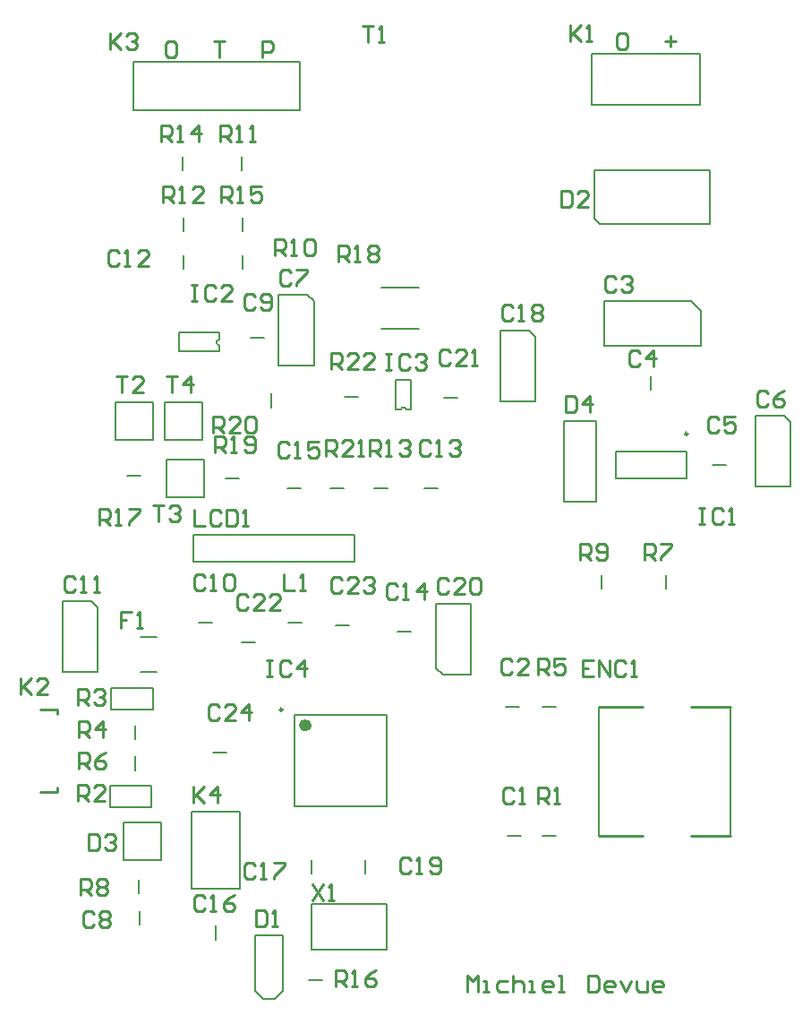
<source format=gto>
G04*
G04 #@! TF.GenerationSoftware,Altium Limited,Altium Designer,20.0.12 (288)*
G04*
G04 Layer_Color=65535*
%FSLAX43Y43*%
%MOMM*%
G71*
G01*
G75*
%ADD10C,0.250*%
%ADD11C,0.600*%
%ADD12C,0.200*%
%ADD13C,0.254*%
D10*
X56832Y61189D02*
G03*
X56832Y61189I-125J0D01*
G01*
X95169Y87254D02*
G03*
X95169Y87254I-125J0D01*
G01*
D11*
X59307Y59714D02*
G03*
X59307Y59714I-300J0D01*
G01*
D12*
X50828Y96136D02*
G03*
X50828Y95661I0J-237D01*
G01*
X68534Y89544D02*
G03*
X68059Y89544I-237J0D01*
G01*
X58007Y52014D02*
Y60714D01*
X66707Y52014D02*
Y60714D01*
X58007D02*
X66707D01*
X58007Y52014D02*
X66707D01*
X53833Y96369D02*
X55133D01*
X51420Y83034D02*
X52720D01*
X67676Y68556D02*
X68976D01*
X86304Y107569D02*
Y112141D01*
Y107569D02*
X86812Y107061D01*
X97265D01*
Y109601D01*
X86304Y112141D02*
X97265D01*
Y109601D02*
Y112141D01*
X91694Y91401D02*
Y92701D01*
X57262Y82145D02*
X58562D01*
X62723Y90781D02*
X64023D01*
X45847Y81256D02*
Y84812D01*
Y81256D02*
X49403D01*
X45847Y84812D02*
X49403D01*
Y81256D02*
Y84812D01*
X42149Y83288D02*
X43449D01*
X66680Y40346D02*
Y42799D01*
X59568D02*
X66680D01*
X59568Y38481D02*
Y42799D01*
Y38481D02*
X66680D01*
Y40346D01*
X86059Y123190D02*
X96346D01*
Y118364D02*
Y123190D01*
X86059Y118364D02*
X96346D01*
X86059D02*
Y123190D01*
X88344Y83004D02*
Y85604D01*
X95044Y83004D02*
Y85604D01*
X88344Y83004D02*
X95044D01*
X88344Y85604D02*
X95044D01*
X40640Y61214D02*
X44577D01*
Y63246D01*
X40640D02*
X44577D01*
X40640Y61214D02*
Y63246D01*
X42926Y58405D02*
Y59705D01*
X42942Y55460D02*
Y56760D01*
X40529Y51943D02*
X44466D01*
Y53975D01*
X40529D02*
X44466D01*
X40529Y51943D02*
Y53975D01*
X41783Y46966D02*
X45339D01*
Y50522D01*
X41783Y46966D02*
Y50522D01*
X45339D01*
X43291Y43800D02*
Y45100D01*
X43307Y40855D02*
Y42155D01*
X59294Y35663D02*
X60594D01*
X59563Y45681D02*
Y46981D01*
X64643Y45681D02*
Y46981D01*
X53086Y102855D02*
Y104155D01*
X42752Y122428D02*
X58500D01*
Y117856D02*
Y122428D01*
X42752Y117856D02*
X58500D01*
X42752D02*
Y122428D01*
X55753Y89750D02*
Y91050D01*
X47498Y102855D02*
Y104155D01*
X66231Y101092D02*
X69787D01*
X66231Y97155D02*
X69787D01*
X50828Y96137D02*
Y96802D01*
Y95024D02*
Y95661D01*
X47028Y95024D02*
X50828D01*
X47028D02*
Y96802D01*
X50828D01*
X86741Y49252D02*
Y55694D01*
X99187Y49252D02*
Y61444D01*
X86741Y55694D02*
Y61444D01*
X77963D02*
X79263D01*
X81392D02*
X82692D01*
X81392Y49252D02*
X82692D01*
X78090D02*
X79390D01*
X71374Y71223D02*
X73112D01*
X74692Y64492D02*
Y71223D01*
X73112D02*
X74692D01*
X71374Y67191D02*
Y70302D01*
Y65127D02*
X72009Y64492D01*
X74692D01*
X71374Y70302D02*
Y71223D01*
Y65127D02*
Y67191D01*
X48387Y75160D02*
Y77700D01*
X63627Y75160D02*
Y77700D01*
X48387Y75160D02*
X63627D01*
X48387Y77700D02*
X63627D01*
X57389Y69429D02*
X58689D01*
X52944Y67540D02*
X54244D01*
X50530Y39458D02*
Y40758D01*
X54991Y33885D02*
X56134D01*
X54229Y34647D02*
X54991Y33885D01*
X54229Y34647D02*
Y39854D01*
X56134Y33885D02*
X56896Y34647D01*
Y39854D01*
X54229D02*
X54547D01*
X56896D01*
X48260Y44299D02*
X52832D01*
X48260D02*
Y51538D01*
X52832D01*
Y44299D02*
Y51538D01*
X48880Y69445D02*
X50180D01*
X52959Y112126D02*
Y113426D01*
X47514Y106411D02*
Y107711D01*
X65517Y82145D02*
X66817D01*
X47387Y112126D02*
Y113426D01*
X37632Y64746D02*
X39370D01*
X36052D02*
Y71477D01*
Y64746D02*
X37632D01*
X39370Y65667D02*
Y68778D01*
X38735Y71477D02*
X39370Y70842D01*
X36052Y71477D02*
X38735D01*
X39370Y64746D02*
Y65667D01*
Y68778D02*
Y70842D01*
X53086Y106411D02*
Y107711D01*
X70216Y82145D02*
X71516D01*
X93091Y72605D02*
Y73905D01*
X86995Y72605D02*
Y73905D01*
X44577Y86717D02*
Y90273D01*
X41021D02*
X44577D01*
X41021Y86717D02*
X44577D01*
X41021D02*
Y90273D01*
X43400Y68048D02*
X44958D01*
X43400Y64746D02*
X44958D01*
X49276Y86717D02*
Y90273D01*
X45720D02*
X49276D01*
X45720Y86717D02*
X49276D01*
X45720D02*
Y90273D01*
X84273Y80875D02*
X86487D01*
Y88495D01*
X83439D02*
X86487D01*
X83439Y80875D02*
Y88495D01*
Y80875D02*
X84273D01*
X79034Y90321D02*
X80772D01*
X77454D02*
Y97052D01*
Y90321D02*
X79034D01*
X80772Y91242D02*
Y94353D01*
X80137Y97052D02*
X80772Y96417D01*
X77454Y97052D02*
X80137D01*
X80772Y90321D02*
Y91242D01*
Y94353D02*
Y96417D01*
X72121Y90654D02*
X73421D01*
X61326Y82145D02*
X62626D01*
X68961Y89544D02*
Y92394D01*
X67564D02*
X68961D01*
X67564Y89544D02*
Y92394D01*
Y89544D02*
X68058D01*
X68534D02*
X68961D01*
X50277Y57126D02*
X51577D01*
X61834Y69175D02*
X63134D01*
X58079Y93702D02*
X59817D01*
X56499D02*
Y100433D01*
Y93702D02*
X58079D01*
X59817Y94623D02*
Y97734D01*
X59182Y100433D02*
X59817Y99798D01*
X56499Y100433D02*
X59182D01*
X59817Y93702D02*
Y94623D01*
Y97734D02*
Y99798D01*
X103164Y82272D02*
X104902D01*
X101584D02*
Y89003D01*
Y82272D02*
X103164D01*
X104902Y83193D02*
Y86304D01*
X104267Y89003D02*
X104902Y88368D01*
X101584Y89003D02*
X104267D01*
X104902Y82272D02*
Y83193D01*
Y86304D02*
Y88368D01*
X87249Y95607D02*
Y98194D01*
Y95607D02*
X96393D01*
Y98909D01*
X95504Y99798D02*
X96393Y98909D01*
X87249Y99798D02*
X95504D01*
X87249Y98194D02*
Y99798D01*
X97521Y84304D02*
X98821D01*
D13*
X33909Y61184D02*
X35560D01*
Y60803D02*
Y61184D01*
X33909Y53437D02*
X35560D01*
Y53818D01*
X95504Y49252D02*
X99187D01*
X86741D02*
X90932D01*
X95504Y61444D02*
X99187D01*
X86741D02*
X90932D01*
X74295Y34544D02*
Y36068D01*
X74803Y35560D01*
X75311Y36068D01*
Y34544D01*
X75819D02*
X76326D01*
X76072D01*
Y35560D01*
X75819D01*
X78104D02*
X77342D01*
X77088Y35306D01*
Y34798D01*
X77342Y34544D01*
X78104D01*
X78612Y36068D02*
Y34544D01*
Y35306D01*
X78866Y35560D01*
X79373D01*
X79627Y35306D01*
Y34544D01*
X80135D02*
X80643D01*
X80389D01*
Y35560D01*
X80135D01*
X82166Y34544D02*
X81659D01*
X81405Y34798D01*
Y35306D01*
X81659Y35560D01*
X82166D01*
X82420Y35306D01*
Y35052D01*
X81405D01*
X82928Y34544D02*
X83436D01*
X83182D01*
Y36068D01*
X82928D01*
X85721D02*
Y34544D01*
X86483D01*
X86737Y34798D01*
Y35814D01*
X86483Y36068D01*
X85721D01*
X88007Y34544D02*
X87499D01*
X87245Y34798D01*
Y35306D01*
X87499Y35560D01*
X88007D01*
X88260Y35306D01*
Y35052D01*
X87245D01*
X88768Y35560D02*
X89276Y34544D01*
X89784Y35560D01*
X90292D02*
Y34798D01*
X90546Y34544D01*
X91308D01*
Y35560D01*
X92577Y34544D02*
X92069D01*
X91815Y34798D01*
Y35306D01*
X92069Y35560D01*
X92577D01*
X92831Y35306D01*
Y35052D01*
X91815D01*
X88472Y124841D02*
X88726Y125095D01*
X89234D01*
X89488Y124841D01*
Y123825D01*
X89234Y123571D01*
X88726D01*
X88472Y123825D01*
Y124841D01*
X93043Y124333D02*
X94058D01*
X93550Y124841D02*
Y123825D01*
X45800Y124079D02*
X46054Y124333D01*
X46562D01*
X46816Y124079D01*
Y123063D01*
X46562Y122809D01*
X46054D01*
X45800Y123063D01*
Y124079D01*
X50371Y124333D02*
X51386D01*
X50878D01*
Y122809D01*
X54941D02*
Y124333D01*
X55703D01*
X55957Y124079D01*
Y123571D01*
X55703Y123317D01*
X54941D01*
X59700Y44704D02*
X60716Y43180D01*
Y44704D02*
X59700Y43180D01*
X61224D02*
X61732D01*
X61478D01*
Y44704D01*
X61224Y44450D01*
X64418Y125824D02*
X65433D01*
X64925D01*
Y124300D01*
X65941D02*
X66449D01*
X66195D01*
Y125824D01*
X65941Y125570D01*
X62167Y103556D02*
Y105079D01*
X62929D01*
X63183Y104825D01*
Y104318D01*
X62929Y104064D01*
X62167D01*
X62675D02*
X63183Y103556D01*
X63691D02*
X64198D01*
X63944D01*
Y105079D01*
X63691Y104825D01*
X64960D02*
X65214Y105079D01*
X65722D01*
X65976Y104825D01*
Y104571D01*
X65722Y104318D01*
X65976Y104064D01*
Y103810D01*
X65722Y103556D01*
X65214D01*
X64960Y103810D01*
Y104064D01*
X65214Y104318D01*
X64960Y104571D01*
Y104825D01*
X65214Y104318D02*
X65722D01*
X83185Y110236D02*
Y108712D01*
X83947D01*
X84201Y108966D01*
Y109982D01*
X83947Y110236D01*
X83185D01*
X85725Y108712D02*
X84709D01*
X85725Y109728D01*
Y109982D01*
X85471Y110236D01*
X84963D01*
X84709Y109982D01*
X32080Y64185D02*
Y62662D01*
Y63170D01*
X33096Y64185D01*
X32334Y63424D01*
X33096Y62662D01*
X34619D02*
X33604D01*
X34619Y63677D01*
Y63931D01*
X34365Y64185D01*
X33858D01*
X33604Y63931D01*
X45872Y92660D02*
X46888D01*
X46380D01*
Y91137D01*
X48158D02*
Y92660D01*
X47396Y91898D01*
X48412D01*
X44577Y80518D02*
X45593D01*
X45085D01*
Y78994D01*
X46101Y80264D02*
X46355Y80518D01*
X46863D01*
X47117Y80264D01*
Y80010D01*
X46863Y79756D01*
X46609D01*
X46863D01*
X47117Y79502D01*
Y79248D01*
X46863Y78994D01*
X46355D01*
X46101Y79248D01*
X41173Y92660D02*
X42189D01*
X41681D01*
Y91137D01*
X43713D02*
X42697D01*
X43713Y92152D01*
Y92406D01*
X43459Y92660D01*
X42951D01*
X42697Y92406D01*
X61469Y93345D02*
Y94869D01*
X62230D01*
X62484Y94615D01*
Y94107D01*
X62230Y93853D01*
X61469D01*
X61976D02*
X62484Y93345D01*
X64008D02*
X62992D01*
X64008Y94361D01*
Y94615D01*
X63754Y94869D01*
X63246D01*
X62992Y94615D01*
X65531Y93345D02*
X64516D01*
X65531Y94361D01*
Y94615D01*
X65277Y94869D01*
X64770D01*
X64516Y94615D01*
X60935Y85168D02*
Y86691D01*
X61696D01*
X61950Y86437D01*
Y85929D01*
X61696Y85675D01*
X60935D01*
X61442D02*
X61950Y85168D01*
X63474D02*
X62458D01*
X63474Y86183D01*
Y86437D01*
X63220Y86691D01*
X62712D01*
X62458Y86437D01*
X63982Y85168D02*
X64489D01*
X64236D01*
Y86691D01*
X63982Y86437D01*
X50293Y87376D02*
Y88900D01*
X51054D01*
X51308Y88646D01*
Y88138D01*
X51054Y87884D01*
X50293D01*
X50800D02*
X51308Y87376D01*
X52832D02*
X51816D01*
X52832Y88392D01*
Y88646D01*
X52578Y88900D01*
X52070D01*
X51816Y88646D01*
X53340D02*
X53594Y88900D01*
X54101D01*
X54355Y88646D01*
Y87630D01*
X54101Y87376D01*
X53594D01*
X53340Y87630D01*
Y88646D01*
X50420Y85471D02*
Y86995D01*
X51181D01*
X51435Y86741D01*
Y86233D01*
X51181Y85979D01*
X50420D01*
X50927D02*
X51435Y85471D01*
X51943D02*
X52451D01*
X52197D01*
Y86995D01*
X51943Y86741D01*
X53213Y85725D02*
X53467Y85471D01*
X53974D01*
X54228Y85725D01*
Y86741D01*
X53974Y86995D01*
X53467D01*
X53213Y86741D01*
Y86487D01*
X53467Y86233D01*
X54228D01*
X39498Y78613D02*
Y80137D01*
X40259D01*
X40513Y79883D01*
Y79375D01*
X40259Y79121D01*
X39498D01*
X40005D02*
X40513Y78613D01*
X41021D02*
X41529D01*
X41275D01*
Y80137D01*
X41021Y79883D01*
X42291Y80137D02*
X43306D01*
Y79883D01*
X42291Y78867D01*
Y78613D01*
X61850Y35052D02*
Y36576D01*
X62611D01*
X62865Y36322D01*
Y35814D01*
X62611Y35560D01*
X61850D01*
X62357D02*
X62865Y35052D01*
X63373D02*
X63881D01*
X63627D01*
Y36576D01*
X63373Y36322D01*
X65658Y36576D02*
X65151Y36322D01*
X64643Y35814D01*
Y35306D01*
X64897Y35052D01*
X65404D01*
X65658Y35306D01*
Y35560D01*
X65404Y35814D01*
X64643D01*
X51079Y109118D02*
Y110642D01*
X51841D01*
X52095Y110388D01*
Y109880D01*
X51841Y109626D01*
X51079D01*
X51587D02*
X52095Y109118D01*
X52603D02*
X53111D01*
X52857D01*
Y110642D01*
X52603Y110388D01*
X54888Y110642D02*
X53873D01*
Y109880D01*
X54380Y110134D01*
X54634D01*
X54888Y109880D01*
Y109372D01*
X54634Y109118D01*
X54126D01*
X53873Y109372D01*
X45393Y114846D02*
Y116370D01*
X46155D01*
X46409Y116116D01*
Y115608D01*
X46155Y115354D01*
X45393D01*
X45901D02*
X46409Y114846D01*
X46917D02*
X47424D01*
X47171D01*
Y116370D01*
X46917Y116116D01*
X48948Y114846D02*
Y116370D01*
X48186Y115608D01*
X49202D01*
X65126Y85168D02*
Y86691D01*
X65887D01*
X66141Y86437D01*
Y85929D01*
X65887Y85675D01*
X65126D01*
X65633D02*
X66141Y85168D01*
X66649D02*
X67157D01*
X66903D01*
Y86691D01*
X66649Y86437D01*
X67919D02*
X68173Y86691D01*
X68680D01*
X68934Y86437D01*
Y86183D01*
X68680Y85929D01*
X68427D01*
X68680D01*
X68934Y85675D01*
Y85422D01*
X68680Y85168D01*
X68173D01*
X67919Y85422D01*
X45507Y109118D02*
Y110642D01*
X46269D01*
X46523Y110388D01*
Y109880D01*
X46269Y109626D01*
X45507D01*
X46015D02*
X46523Y109118D01*
X47031D02*
X47539D01*
X47285D01*
Y110642D01*
X47031Y110388D01*
X49316Y109118D02*
X48300D01*
X49316Y110134D01*
Y110388D01*
X49062Y110642D01*
X48554D01*
X48300Y110388D01*
X50965Y114846D02*
Y116370D01*
X51727D01*
X51981Y116116D01*
Y115608D01*
X51727Y115354D01*
X50965D01*
X51473D02*
X51981Y114846D01*
X52489D02*
X52996D01*
X52743D01*
Y116370D01*
X52489Y116116D01*
X53758Y114846D02*
X54266D01*
X54012D01*
Y116370D01*
X53758Y116116D01*
X56135Y104140D02*
Y105664D01*
X56896D01*
X57150Y105410D01*
Y104902D01*
X56896Y104648D01*
X56135D01*
X56642D02*
X57150Y104140D01*
X57658D02*
X58166D01*
X57912D01*
Y105664D01*
X57658Y105410D01*
X58928D02*
X59182Y105664D01*
X59689D01*
X59943Y105410D01*
Y104394D01*
X59689Y104140D01*
X59182D01*
X58928Y104394D01*
Y105410D01*
X84988Y75312D02*
Y76836D01*
X85750D01*
X86004Y76582D01*
Y76074D01*
X85750Y75820D01*
X84988D01*
X85496D02*
X86004Y75312D01*
X86512Y75566D02*
X86766Y75312D01*
X87274D01*
X87528Y75566D01*
Y76582D01*
X87274Y76836D01*
X86766D01*
X86512Y76582D01*
Y76328D01*
X86766Y76074D01*
X87528D01*
X37719Y43688D02*
Y45212D01*
X38481D01*
X38735Y44958D01*
Y44450D01*
X38481Y44196D01*
X37719D01*
X38227D02*
X38735Y43688D01*
X39243Y44958D02*
X39497Y45212D01*
X40005D01*
X40259Y44958D01*
Y44704D01*
X40005Y44450D01*
X40259Y44196D01*
Y43942D01*
X40005Y43688D01*
X39497D01*
X39243Y43942D01*
Y44196D01*
X39497Y44450D01*
X39243Y44704D01*
Y44958D01*
X39497Y44450D02*
X40005D01*
X91097Y75325D02*
Y76849D01*
X91859D01*
X92113Y76595D01*
Y76087D01*
X91859Y75833D01*
X91097D01*
X91605D02*
X92113Y75325D01*
X92621Y76849D02*
X93636D01*
Y76595D01*
X92621Y75579D01*
Y75325D01*
X37592Y55626D02*
Y57150D01*
X38354D01*
X38608Y56896D01*
Y56388D01*
X38354Y56134D01*
X37592D01*
X38100D02*
X38608Y55626D01*
X40132Y57150D02*
X39624Y56896D01*
X39116Y56388D01*
Y55880D01*
X39370Y55626D01*
X39878D01*
X40132Y55880D01*
Y56134D01*
X39878Y56388D01*
X39116D01*
X81001Y64467D02*
Y65990D01*
X81762D01*
X82016Y65736D01*
Y65228D01*
X81762Y64974D01*
X81001D01*
X81508D02*
X82016Y64467D01*
X83540Y65990D02*
X82524D01*
Y65228D01*
X83032Y65482D01*
X83286D01*
X83540Y65228D01*
Y64721D01*
X83286Y64467D01*
X82778D01*
X82524Y64721D01*
X37592Y58547D02*
Y60071D01*
X38354D01*
X38608Y59817D01*
Y59309D01*
X38354Y59055D01*
X37592D01*
X38100D02*
X38608Y58547D01*
X39878D02*
Y60071D01*
X39116Y59309D01*
X40132D01*
X37465Y61595D02*
Y63119D01*
X38227D01*
X38481Y62865D01*
Y62357D01*
X38227Y62103D01*
X37465D01*
X37973D02*
X38481Y61595D01*
X38989Y62865D02*
X39243Y63119D01*
X39751D01*
X40005Y62865D01*
Y62611D01*
X39751Y62357D01*
X39497D01*
X39751D01*
X40005Y62103D01*
Y61849D01*
X39751Y61595D01*
X39243D01*
X38989Y61849D01*
X37465Y52578D02*
Y54102D01*
X38227D01*
X38481Y53848D01*
Y53340D01*
X38227Y53086D01*
X37465D01*
X37973D02*
X38481Y52578D01*
X40005D02*
X38989D01*
X40005Y53594D01*
Y53848D01*
X39751Y54102D01*
X39243D01*
X38989Y53848D01*
X81001Y52275D02*
Y53798D01*
X81762D01*
X82016Y53544D01*
Y53036D01*
X81762Y52782D01*
X81001D01*
X81508D02*
X82016Y52275D01*
X82524D02*
X83032D01*
X82778D01*
Y53798D01*
X82524Y53544D01*
X96267Y80264D02*
X96774D01*
X96520D01*
Y78740D01*
X96267D01*
X96774D01*
X98552Y80010D02*
X98298Y80264D01*
X97790D01*
X97536Y80010D01*
Y78994D01*
X97790Y78740D01*
X98298D01*
X98552Y78994D01*
X99060Y78740D02*
X99567D01*
X99314D01*
Y80264D01*
X99060Y80010D01*
X48539Y80087D02*
Y78564D01*
X49555D01*
X51079Y79833D02*
X50825Y80087D01*
X50317D01*
X50063Y79833D01*
Y78818D01*
X50317Y78564D01*
X50825D01*
X51079Y78818D01*
X51586Y80087D02*
Y78564D01*
X52348D01*
X52602Y78818D01*
Y79833D01*
X52348Y80087D01*
X51586D01*
X53110Y78564D02*
X53618D01*
X53364D01*
Y80087D01*
X53110Y79833D01*
X56998Y73966D02*
Y72442D01*
X58013D01*
X58521D02*
X59029D01*
X58775D01*
Y73966D01*
X58521Y73712D01*
X48412Y53925D02*
Y52402D01*
Y52909D01*
X49428Y53925D01*
X48666Y53163D01*
X49428Y52402D01*
X50698D02*
Y53925D01*
X49936Y53163D01*
X50952D01*
X40513Y125095D02*
Y123571D01*
Y124079D01*
X41529Y125095D01*
X40767Y124333D01*
X41529Y123571D01*
X42037Y124841D02*
X42291Y125095D01*
X42799D01*
X43053Y124841D01*
Y124587D01*
X42799Y124333D01*
X42545D01*
X42799D01*
X43053Y124079D01*
Y123825D01*
X42799Y123571D01*
X42291D01*
X42037Y123825D01*
X84074Y125857D02*
Y124333D01*
Y124841D01*
X85090Y125857D01*
X84328Y125095D01*
X85090Y124333D01*
X85598D02*
X86106D01*
X85852D01*
Y125857D01*
X85598Y125603D01*
X55397Y65887D02*
X55905D01*
X55651D01*
Y64364D01*
X55397D01*
X55905D01*
X57683Y65633D02*
X57429Y65887D01*
X56921D01*
X56667Y65633D01*
Y64618D01*
X56921Y64364D01*
X57429D01*
X57683Y64618D01*
X58952Y64364D02*
Y65887D01*
X58190Y65125D01*
X59206D01*
X66599Y94768D02*
X67107D01*
X66853D01*
Y93245D01*
X66599D01*
X67107D01*
X68884Y94514D02*
X68630Y94768D01*
X68122D01*
X67868Y94514D01*
Y93499D01*
X68122Y93245D01*
X68630D01*
X68884Y93499D01*
X69392Y94514D02*
X69646Y94768D01*
X70154D01*
X70408Y94514D01*
Y94260D01*
X70154Y94007D01*
X69900D01*
X70154D01*
X70408Y93753D01*
Y93499D01*
X70154Y93245D01*
X69646D01*
X69392Y93499D01*
X48219Y101323D02*
X48727D01*
X48473D01*
Y99799D01*
X48219D01*
X48727D01*
X50505Y101069D02*
X50251Y101323D01*
X49743D01*
X49489Y101069D01*
Y100053D01*
X49743Y99799D01*
X50251D01*
X50505Y100053D01*
X52028Y99799D02*
X51013D01*
X52028Y100815D01*
Y101069D01*
X51774Y101323D01*
X51266D01*
X51013Y101069D01*
X42570Y70435D02*
X41554D01*
Y69673D01*
X42062D01*
X41554D01*
Y68912D01*
X43078D02*
X43586D01*
X43332D01*
Y70435D01*
X43078Y70181D01*
X86271Y65825D02*
X85255D01*
Y64301D01*
X86271D01*
X85255Y65063D02*
X85763D01*
X86779Y64301D02*
Y65825D01*
X87794Y64301D01*
Y65825D01*
X89318Y65571D02*
X89064Y65825D01*
X88556D01*
X88302Y65571D01*
Y64555D01*
X88556Y64301D01*
X89064D01*
X89318Y64555D01*
X89826Y64301D02*
X90333D01*
X90080D01*
Y65825D01*
X89826Y65571D01*
X83604Y90869D02*
Y89346D01*
X84366D01*
X84620Y89600D01*
Y90615D01*
X84366Y90869D01*
X83604D01*
X85889Y89346D02*
Y90869D01*
X85128Y90108D01*
X86143D01*
X38481Y49403D02*
Y47879D01*
X39243D01*
X39497Y48133D01*
Y49149D01*
X39243Y49403D01*
X38481D01*
X40005Y49149D02*
X40259Y49403D01*
X40767D01*
X41021Y49149D01*
Y48895D01*
X40767Y48641D01*
X40513D01*
X40767D01*
X41021Y48387D01*
Y48133D01*
X40767Y47879D01*
X40259D01*
X40005Y48133D01*
X54381Y42241D02*
Y40718D01*
X55143D01*
X55397Y40972D01*
Y41987D01*
X55143Y42241D01*
X54381D01*
X55905Y40718D02*
X56413D01*
X56159D01*
Y42241D01*
X55905Y41987D01*
X50901Y61418D02*
X50647Y61672D01*
X50140D01*
X49886Y61418D01*
Y60403D01*
X50140Y60149D01*
X50647D01*
X50901Y60403D01*
X52425Y60149D02*
X51409D01*
X52425Y61164D01*
Y61418D01*
X52171Y61672D01*
X51663D01*
X51409Y61418D01*
X53694Y60149D02*
Y61672D01*
X52933Y60910D01*
X53948D01*
X62458Y73458D02*
X62204Y73712D01*
X61697D01*
X61443Y73458D01*
Y72442D01*
X61697Y72188D01*
X62204D01*
X62458Y72442D01*
X63982Y72188D02*
X62966D01*
X63982Y73204D01*
Y73458D01*
X63728Y73712D01*
X63220D01*
X62966Y73458D01*
X64490D02*
X64744Y73712D01*
X65251D01*
X65505Y73458D01*
Y73204D01*
X65251Y72950D01*
X64997D01*
X65251D01*
X65505Y72696D01*
Y72442D01*
X65251Y72188D01*
X64744D01*
X64490Y72442D01*
X53568Y71832D02*
X53314Y72086D01*
X52807D01*
X52553Y71832D01*
Y70817D01*
X52807Y70563D01*
X53314D01*
X53568Y70817D01*
X55092Y70563D02*
X54076D01*
X55092Y71578D01*
Y71832D01*
X54838Y72086D01*
X54330D01*
X54076Y71832D01*
X56615Y70563D02*
X55600D01*
X56615Y71578D01*
Y71832D01*
X56361Y72086D01*
X55854D01*
X55600Y71832D01*
X72745Y94946D02*
X72491Y95200D01*
X71984D01*
X71730Y94946D01*
Y93931D01*
X71984Y93677D01*
X72491D01*
X72745Y93931D01*
X74269Y93677D02*
X73253D01*
X74269Y94692D01*
Y94946D01*
X74015Y95200D01*
X73507D01*
X73253Y94946D01*
X74777Y93677D02*
X75284D01*
X75031D01*
Y95200D01*
X74777Y94946D01*
X72542Y73356D02*
X72288Y73610D01*
X71780D01*
X71526Y73356D01*
Y72341D01*
X71780Y72087D01*
X72288D01*
X72542Y72341D01*
X74066Y72087D02*
X73050D01*
X74066Y73102D01*
Y73356D01*
X73812Y73610D01*
X73304D01*
X73050Y73356D01*
X74573D02*
X74827Y73610D01*
X75335D01*
X75589Y73356D01*
Y72341D01*
X75335Y72087D01*
X74827D01*
X74573Y72341D01*
Y73356D01*
X68961Y46990D02*
X68707Y47244D01*
X68200D01*
X67946Y46990D01*
Y45974D01*
X68200Y45720D01*
X68707D01*
X68961Y45974D01*
X69469Y45720D02*
X69977D01*
X69723D01*
Y47244D01*
X69469Y46990D01*
X70739Y45974D02*
X70993Y45720D01*
X71500D01*
X71754Y45974D01*
Y46990D01*
X71500Y47244D01*
X70993D01*
X70739Y46990D01*
Y46736D01*
X70993Y46482D01*
X71754D01*
X78625Y99172D02*
X78371Y99426D01*
X77864D01*
X77610Y99172D01*
Y98157D01*
X77864Y97903D01*
X78371D01*
X78625Y98157D01*
X79133Y97903D02*
X79641D01*
X79387D01*
Y99426D01*
X79133Y99172D01*
X80403D02*
X80657Y99426D01*
X81165D01*
X81418Y99172D01*
Y98919D01*
X81165Y98665D01*
X81418Y98411D01*
Y98157D01*
X81165Y97903D01*
X80657D01*
X80403Y98157D01*
Y98411D01*
X80657Y98665D01*
X80403Y98919D01*
Y99172D01*
X80657Y98665D02*
X81165D01*
X54229Y46482D02*
X53975Y46736D01*
X53468D01*
X53214Y46482D01*
Y45466D01*
X53468Y45212D01*
X53975D01*
X54229Y45466D01*
X54737Y45212D02*
X55245D01*
X54991D01*
Y46736D01*
X54737Y46482D01*
X56007Y46736D02*
X57022D01*
Y46482D01*
X56007Y45466D01*
Y45212D01*
X49539Y43435D02*
X49285Y43689D01*
X48777D01*
X48523Y43435D01*
Y42419D01*
X48777Y42165D01*
X49285D01*
X49539Y42419D01*
X50047Y42165D02*
X50555D01*
X50301D01*
Y43689D01*
X50047Y43435D01*
X52332Y43689D02*
X51824Y43435D01*
X51317Y42927D01*
Y42419D01*
X51570Y42165D01*
X52078D01*
X52332Y42419D01*
Y42673D01*
X52078Y42927D01*
X51317D01*
X57506Y86233D02*
X57252Y86487D01*
X56744D01*
X56490Y86233D01*
Y85217D01*
X56744Y84963D01*
X57252D01*
X57506Y85217D01*
X58014Y84963D02*
X58522D01*
X58268D01*
Y86487D01*
X58014Y86233D01*
X60299Y86487D02*
X59283D01*
Y85725D01*
X59791Y85979D01*
X60045D01*
X60299Y85725D01*
Y85217D01*
X60045Y84963D01*
X59537D01*
X59283Y85217D01*
X67691Y72898D02*
X67437Y73152D01*
X66930D01*
X66676Y72898D01*
Y71882D01*
X66930Y71628D01*
X67437D01*
X67691Y71882D01*
X68199Y71628D02*
X68707D01*
X68453D01*
Y73152D01*
X68199Y72898D01*
X70230Y71628D02*
Y73152D01*
X69469Y72390D01*
X70484D01*
X70840Y86437D02*
X70586Y86691D01*
X70079D01*
X69825Y86437D01*
Y85422D01*
X70079Y85168D01*
X70586D01*
X70840Y85422D01*
X71348Y85168D02*
X71856D01*
X71602D01*
Y86691D01*
X71348Y86437D01*
X72618D02*
X72872Y86691D01*
X73379D01*
X73633Y86437D01*
Y86183D01*
X73379Y85929D01*
X73126D01*
X73379D01*
X73633Y85675D01*
Y85422D01*
X73379Y85168D01*
X72872D01*
X72618Y85422D01*
X41402Y104418D02*
X41148Y104672D01*
X40641D01*
X40387Y104418D01*
Y103402D01*
X40641Y103148D01*
X41148D01*
X41402Y103402D01*
X41910Y103148D02*
X42418D01*
X42164D01*
Y104672D01*
X41910Y104418D01*
X44195Y103148D02*
X43180D01*
X44195Y104164D01*
Y104418D01*
X43941Y104672D01*
X43434D01*
X43180Y104418D01*
X37223Y73597D02*
X36969Y73851D01*
X36462D01*
X36208Y73597D01*
Y72582D01*
X36462Y72328D01*
X36969D01*
X37223Y72582D01*
X37731Y72328D02*
X38239D01*
X37985D01*
Y73851D01*
X37731Y73597D01*
X39001Y72328D02*
X39509D01*
X39255D01*
Y73851D01*
X39001Y73597D01*
X49504Y73737D02*
X49250Y73991D01*
X48743D01*
X48489Y73737D01*
Y72722D01*
X48743Y72468D01*
X49250D01*
X49504Y72722D01*
X50012Y72468D02*
X50520D01*
X50266D01*
Y73991D01*
X50012Y73737D01*
X51282D02*
X51536Y73991D01*
X52043D01*
X52297Y73737D01*
Y72722D01*
X52043Y72468D01*
X51536D01*
X51282Y72722D01*
Y73737D01*
X54229Y100203D02*
X53975Y100457D01*
X53467D01*
X53213Y100203D01*
Y99187D01*
X53467Y98933D01*
X53975D01*
X54229Y99187D01*
X54737D02*
X54991Y98933D01*
X55499D01*
X55753Y99187D01*
Y100203D01*
X55499Y100457D01*
X54991D01*
X54737Y100203D01*
Y99949D01*
X54991Y99695D01*
X55753D01*
X38989Y41910D02*
X38735Y42164D01*
X38227D01*
X37973Y41910D01*
Y40894D01*
X38227Y40640D01*
X38735D01*
X38989Y40894D01*
X39497Y41910D02*
X39751Y42164D01*
X40259D01*
X40513Y41910D01*
Y41656D01*
X40259Y41402D01*
X40513Y41148D01*
Y40894D01*
X40259Y40640D01*
X39751D01*
X39497Y40894D01*
Y41148D01*
X39751Y41402D01*
X39497Y41656D01*
Y41910D01*
X39751Y41402D02*
X40259D01*
X57670Y102553D02*
X57416Y102807D01*
X56909D01*
X56655Y102553D01*
Y101538D01*
X56909Y101284D01*
X57416D01*
X57670Y101538D01*
X58178Y102807D02*
X59194D01*
Y102553D01*
X58178Y101538D01*
Y101284D01*
X102755Y91123D02*
X102501Y91377D01*
X101994D01*
X101740Y91123D01*
Y90108D01*
X101994Y89854D01*
X102501D01*
X102755Y90108D01*
X104279Y91377D02*
X103771Y91123D01*
X103263Y90616D01*
Y90108D01*
X103517Y89854D01*
X104025D01*
X104279Y90108D01*
Y90362D01*
X104025Y90616D01*
X103263D01*
X98145Y88596D02*
X97891Y88850D01*
X97384D01*
X97130Y88596D01*
Y87581D01*
X97384Y87327D01*
X97891D01*
X98145Y87581D01*
X99669Y88850D02*
X98653D01*
Y88088D01*
X99161Y88342D01*
X99415D01*
X99669Y88088D01*
Y87581D01*
X99415Y87327D01*
X98907D01*
X98653Y87581D01*
X90678Y94869D02*
X90424Y95123D01*
X89916D01*
X89662Y94869D01*
Y93853D01*
X89916Y93599D01*
X90424D01*
X90678Y93853D01*
X91948Y93599D02*
Y95123D01*
X91186Y94361D01*
X92202D01*
X88417Y101931D02*
X88163Y102185D01*
X87655D01*
X87401Y101931D01*
Y100916D01*
X87655Y100662D01*
X88163D01*
X88417Y100916D01*
X88925Y101931D02*
X89179Y102185D01*
X89687D01*
X89941Y101931D01*
Y101677D01*
X89687Y101423D01*
X89433D01*
X89687D01*
X89941Y101169D01*
Y100916D01*
X89687Y100662D01*
X89179D01*
X88925Y100916D01*
X78587Y65736D02*
X78333Y65990D01*
X77826D01*
X77572Y65736D01*
Y64721D01*
X77826Y64467D01*
X78333D01*
X78587Y64721D01*
X80111Y64467D02*
X79095D01*
X80111Y65482D01*
Y65736D01*
X79857Y65990D01*
X79349D01*
X79095Y65736D01*
X78714Y53544D02*
X78460Y53798D01*
X77953D01*
X77699Y53544D01*
Y52529D01*
X77953Y52275D01*
X78460D01*
X78714Y52529D01*
X79222Y52275D02*
X79730D01*
X79476D01*
Y53798D01*
X79222Y53544D01*
M02*

</source>
